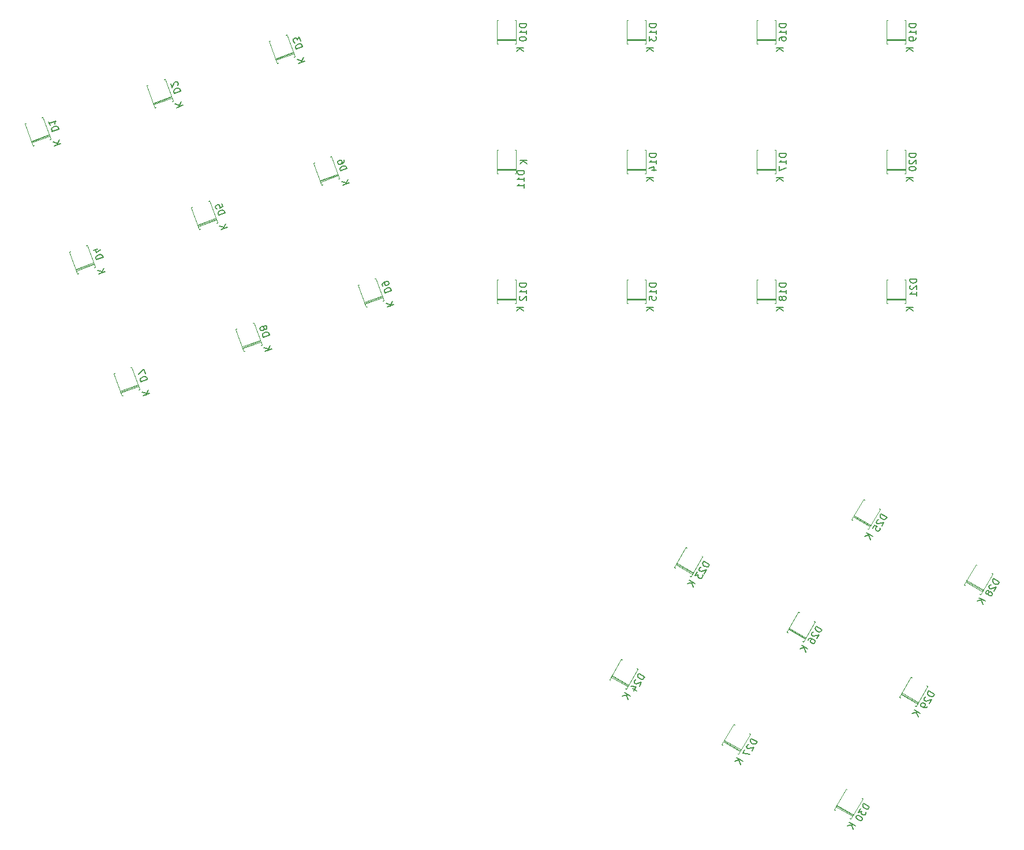
<source format=gbr>
%TF.GenerationSoftware,KiCad,Pcbnew,9.0.2*%
%TF.CreationDate,2025-06-09T23:02:59-05:00*%
%TF.ProjectId,keyboard,6b657962-6f61-4726-942e-6b696361645f,rev?*%
%TF.SameCoordinates,Original*%
%TF.FileFunction,Legend,Bot*%
%TF.FilePolarity,Positive*%
%FSLAX46Y46*%
G04 Gerber Fmt 4.6, Leading zero omitted, Abs format (unit mm)*
G04 Created by KiCad (PCBNEW 9.0.2) date 2025-06-09 23:02:59*
%MOMM*%
%LPD*%
G01*
G04 APERTURE LIST*
%ADD10C,0.150000*%
%ADD11C,0.120000*%
G04 APERTURE END LIST*
D10*
X145114819Y-35615714D02*
X144114819Y-35615714D01*
X144114819Y-35615714D02*
X144114819Y-35853809D01*
X144114819Y-35853809D02*
X144162438Y-35996666D01*
X144162438Y-35996666D02*
X144257676Y-36091904D01*
X144257676Y-36091904D02*
X144352914Y-36139523D01*
X144352914Y-36139523D02*
X144543390Y-36187142D01*
X144543390Y-36187142D02*
X144686247Y-36187142D01*
X144686247Y-36187142D02*
X144876723Y-36139523D01*
X144876723Y-36139523D02*
X144971961Y-36091904D01*
X144971961Y-36091904D02*
X145067200Y-35996666D01*
X145067200Y-35996666D02*
X145114819Y-35853809D01*
X145114819Y-35853809D02*
X145114819Y-35615714D01*
X145114819Y-37139523D02*
X145114819Y-36568095D01*
X145114819Y-36853809D02*
X144114819Y-36853809D01*
X144114819Y-36853809D02*
X144257676Y-36758571D01*
X144257676Y-36758571D02*
X144352914Y-36663333D01*
X144352914Y-36663333D02*
X144400533Y-36568095D01*
X144114819Y-37472857D02*
X144114819Y-38091904D01*
X144114819Y-38091904D02*
X144495771Y-37758571D01*
X144495771Y-37758571D02*
X144495771Y-37901428D01*
X144495771Y-37901428D02*
X144543390Y-37996666D01*
X144543390Y-37996666D02*
X144591009Y-38044285D01*
X144591009Y-38044285D02*
X144686247Y-38091904D01*
X144686247Y-38091904D02*
X144924342Y-38091904D01*
X144924342Y-38091904D02*
X145019580Y-38044285D01*
X145019580Y-38044285D02*
X145067200Y-37996666D01*
X145067200Y-37996666D02*
X145114819Y-37901428D01*
X145114819Y-37901428D02*
X145114819Y-37615714D01*
X145114819Y-37615714D02*
X145067200Y-37520476D01*
X145067200Y-37520476D02*
X145019580Y-37472857D01*
X144694819Y-39108095D02*
X143694819Y-39108095D01*
X144694819Y-39679523D02*
X144123390Y-39250952D01*
X143694819Y-39679523D02*
X144266247Y-39108095D01*
X183214819Y-35615714D02*
X182214819Y-35615714D01*
X182214819Y-35615714D02*
X182214819Y-35853809D01*
X182214819Y-35853809D02*
X182262438Y-35996666D01*
X182262438Y-35996666D02*
X182357676Y-36091904D01*
X182357676Y-36091904D02*
X182452914Y-36139523D01*
X182452914Y-36139523D02*
X182643390Y-36187142D01*
X182643390Y-36187142D02*
X182786247Y-36187142D01*
X182786247Y-36187142D02*
X182976723Y-36139523D01*
X182976723Y-36139523D02*
X183071961Y-36091904D01*
X183071961Y-36091904D02*
X183167200Y-35996666D01*
X183167200Y-35996666D02*
X183214819Y-35853809D01*
X183214819Y-35853809D02*
X183214819Y-35615714D01*
X183214819Y-37139523D02*
X183214819Y-36568095D01*
X183214819Y-36853809D02*
X182214819Y-36853809D01*
X182214819Y-36853809D02*
X182357676Y-36758571D01*
X182357676Y-36758571D02*
X182452914Y-36663333D01*
X182452914Y-36663333D02*
X182500533Y-36568095D01*
X183214819Y-37615714D02*
X183214819Y-37806190D01*
X183214819Y-37806190D02*
X183167200Y-37901428D01*
X183167200Y-37901428D02*
X183119580Y-37949047D01*
X183119580Y-37949047D02*
X182976723Y-38044285D01*
X182976723Y-38044285D02*
X182786247Y-38091904D01*
X182786247Y-38091904D02*
X182405295Y-38091904D01*
X182405295Y-38091904D02*
X182310057Y-38044285D01*
X182310057Y-38044285D02*
X182262438Y-37996666D01*
X182262438Y-37996666D02*
X182214819Y-37901428D01*
X182214819Y-37901428D02*
X182214819Y-37710952D01*
X182214819Y-37710952D02*
X182262438Y-37615714D01*
X182262438Y-37615714D02*
X182310057Y-37568095D01*
X182310057Y-37568095D02*
X182405295Y-37520476D01*
X182405295Y-37520476D02*
X182643390Y-37520476D01*
X182643390Y-37520476D02*
X182738628Y-37568095D01*
X182738628Y-37568095D02*
X182786247Y-37615714D01*
X182786247Y-37615714D02*
X182833866Y-37710952D01*
X182833866Y-37710952D02*
X182833866Y-37901428D01*
X182833866Y-37901428D02*
X182786247Y-37996666D01*
X182786247Y-37996666D02*
X182738628Y-38044285D01*
X182738628Y-38044285D02*
X182643390Y-38091904D01*
X182794819Y-39108095D02*
X181794819Y-39108095D01*
X182794819Y-39679523D02*
X182223390Y-39250952D01*
X181794819Y-39679523D02*
X182366247Y-39108095D01*
X152956820Y-115001682D02*
X152090795Y-114501682D01*
X152090795Y-114501682D02*
X151971747Y-114707878D01*
X151971747Y-114707878D02*
X151941558Y-114855406D01*
X151941558Y-114855406D02*
X151976418Y-114985503D01*
X151976418Y-114985503D02*
X152035087Y-115074362D01*
X152035087Y-115074362D02*
X152176234Y-115210839D01*
X152176234Y-115210839D02*
X152299952Y-115282268D01*
X152299952Y-115282268D02*
X152488719Y-115336266D01*
X152488719Y-115336266D02*
X152595007Y-115342646D01*
X152595007Y-115342646D02*
X152725105Y-115307787D01*
X152725105Y-115307787D02*
X152837773Y-115207878D01*
X152837773Y-115207878D02*
X152956820Y-115001682D01*
X151697083Y-115374087D02*
X151632034Y-115391517D01*
X151632034Y-115391517D02*
X151543176Y-115450186D01*
X151543176Y-115450186D02*
X151424128Y-115656382D01*
X151424128Y-115656382D02*
X151417748Y-115762670D01*
X151417748Y-115762670D02*
X151435178Y-115827719D01*
X151435178Y-115827719D02*
X151493847Y-115916578D01*
X151493847Y-115916578D02*
X151576326Y-115964197D01*
X151576326Y-115964197D02*
X151723853Y-115994386D01*
X151723853Y-115994386D02*
X152504439Y-115785229D01*
X152504439Y-115785229D02*
X152194915Y-116321339D01*
X151162223Y-116110015D02*
X150852700Y-116646126D01*
X150852700Y-116646126D02*
X151349281Y-116547927D01*
X151349281Y-116547927D02*
X151277852Y-116671645D01*
X151277852Y-116671645D02*
X151271472Y-116777933D01*
X151271472Y-116777933D02*
X151288902Y-116842982D01*
X151288902Y-116842982D02*
X151347571Y-116931840D01*
X151347571Y-116931840D02*
X151553768Y-117050888D01*
X151553768Y-117050888D02*
X151660056Y-117057267D01*
X151660056Y-117057267D02*
X151725105Y-117039837D01*
X151725105Y-117039837D02*
X151813963Y-116981168D01*
X151813963Y-116981168D02*
X151956820Y-116733733D01*
X151956820Y-116733733D02*
X151963200Y-116627444D01*
X151963200Y-116627444D02*
X151945770Y-116562396D01*
X150846900Y-117816173D02*
X149980874Y-117316173D01*
X150561185Y-118311045D02*
X150280599Y-117654176D01*
X149695160Y-117811045D02*
X150475746Y-117601887D01*
X105370390Y-75104629D02*
X106310082Y-74762609D01*
X106310082Y-74762609D02*
X106228649Y-74538872D01*
X106228649Y-74538872D02*
X106135042Y-74420917D01*
X106135042Y-74420917D02*
X106012974Y-74363996D01*
X106012974Y-74363996D02*
X105907193Y-74351822D01*
X105907193Y-74351822D02*
X105711917Y-74372222D01*
X105711917Y-74372222D02*
X105577675Y-74421082D01*
X105577675Y-74421082D02*
X105414973Y-74530976D01*
X105414973Y-74530976D02*
X105341765Y-74608296D01*
X105341765Y-74608296D02*
X105284844Y-74730364D01*
X105284844Y-74730364D02*
X105288956Y-74880893D01*
X105288956Y-74880893D02*
X105370390Y-75104629D01*
X105012083Y-74120189D02*
X104946936Y-73941200D01*
X104946936Y-73941200D02*
X104959110Y-73835419D01*
X104959110Y-73835419D02*
X104987571Y-73774385D01*
X104987571Y-73774385D02*
X105089239Y-73636030D01*
X105089239Y-73636030D02*
X105251942Y-73526136D01*
X105251942Y-73526136D02*
X105609920Y-73395843D01*
X105609920Y-73395843D02*
X105715701Y-73408017D01*
X105715701Y-73408017D02*
X105776735Y-73436477D01*
X105776735Y-73436477D02*
X105854055Y-73509685D01*
X105854055Y-73509685D02*
X105919202Y-73688674D01*
X105919202Y-73688674D02*
X105907028Y-73794456D01*
X105907028Y-73794456D02*
X105878568Y-73855490D01*
X105878568Y-73855490D02*
X105805360Y-73932810D01*
X105805360Y-73932810D02*
X105581623Y-74014244D01*
X105581623Y-74014244D02*
X105475842Y-74002070D01*
X105475842Y-74002070D02*
X105414808Y-73973609D01*
X105414808Y-73973609D02*
X105337488Y-73900401D01*
X105337488Y-73900401D02*
X105272341Y-73721412D01*
X105272341Y-73721412D02*
X105284515Y-73615631D01*
X105284515Y-73615631D02*
X105312975Y-73554597D01*
X105312975Y-73554597D02*
X105386183Y-73477276D01*
X105681583Y-77187625D02*
X106621276Y-76845605D01*
X105486143Y-76650658D02*
X106169690Y-76857943D01*
X106425836Y-76308637D02*
X106084309Y-77041045D01*
X98854906Y-57203484D02*
X99794598Y-56861464D01*
X99794598Y-56861464D02*
X99713165Y-56637727D01*
X99713165Y-56637727D02*
X99619558Y-56519772D01*
X99619558Y-56519772D02*
X99497490Y-56462851D01*
X99497490Y-56462851D02*
X99391709Y-56450677D01*
X99391709Y-56450677D02*
X99196433Y-56471077D01*
X99196433Y-56471077D02*
X99062191Y-56519937D01*
X99062191Y-56519937D02*
X98899489Y-56629831D01*
X98899489Y-56629831D02*
X98826281Y-56707151D01*
X98826281Y-56707151D02*
X98769360Y-56829219D01*
X98769360Y-56829219D02*
X98773472Y-56979748D01*
X98773472Y-56979748D02*
X98854906Y-57203484D01*
X99305998Y-55519046D02*
X99371145Y-55698035D01*
X99371145Y-55698035D02*
X99358971Y-55803816D01*
X99358971Y-55803816D02*
X99330510Y-55864850D01*
X99330510Y-55864850D02*
X99228842Y-56003205D01*
X99228842Y-56003205D02*
X99066139Y-56113099D01*
X99066139Y-56113099D02*
X98708161Y-56243392D01*
X98708161Y-56243392D02*
X98602380Y-56231218D01*
X98602380Y-56231218D02*
X98541346Y-56202757D01*
X98541346Y-56202757D02*
X98464026Y-56129550D01*
X98464026Y-56129550D02*
X98398879Y-55950560D01*
X98398879Y-55950560D02*
X98411053Y-55844779D01*
X98411053Y-55844779D02*
X98439513Y-55783745D01*
X98439513Y-55783745D02*
X98512721Y-55706425D01*
X98512721Y-55706425D02*
X98736458Y-55624991D01*
X98736458Y-55624991D02*
X98842239Y-55637165D01*
X98842239Y-55637165D02*
X98903273Y-55665626D01*
X98903273Y-55665626D02*
X98980593Y-55738834D01*
X98980593Y-55738834D02*
X99045740Y-55917823D01*
X99045740Y-55917823D02*
X99033566Y-56023604D01*
X99033566Y-56023604D02*
X99005105Y-56084638D01*
X99005105Y-56084638D02*
X98931898Y-56161959D01*
X99166099Y-59286480D02*
X100105792Y-58944460D01*
X98970659Y-58749513D02*
X99654206Y-58956798D01*
X99910352Y-58407492D02*
X99568825Y-59139900D01*
X143431820Y-131499466D02*
X142565795Y-130999466D01*
X142565795Y-130999466D02*
X142446747Y-131205662D01*
X142446747Y-131205662D02*
X142416558Y-131353190D01*
X142416558Y-131353190D02*
X142451418Y-131483287D01*
X142451418Y-131483287D02*
X142510087Y-131572146D01*
X142510087Y-131572146D02*
X142651234Y-131708623D01*
X142651234Y-131708623D02*
X142774952Y-131780052D01*
X142774952Y-131780052D02*
X142963719Y-131834050D01*
X142963719Y-131834050D02*
X143070007Y-131840430D01*
X143070007Y-131840430D02*
X143200105Y-131805571D01*
X143200105Y-131805571D02*
X143312773Y-131705662D01*
X143312773Y-131705662D02*
X143431820Y-131499466D01*
X142172083Y-131871871D02*
X142107034Y-131889301D01*
X142107034Y-131889301D02*
X142018176Y-131947970D01*
X142018176Y-131947970D02*
X141899128Y-132154166D01*
X141899128Y-132154166D02*
X141892748Y-132260454D01*
X141892748Y-132260454D02*
X141910178Y-132325503D01*
X141910178Y-132325503D02*
X141968847Y-132414362D01*
X141968847Y-132414362D02*
X142051326Y-132461981D01*
X142051326Y-132461981D02*
X142198853Y-132492170D01*
X142198853Y-132492170D02*
X142979439Y-132283013D01*
X142979439Y-132283013D02*
X142669915Y-132819123D01*
X141663994Y-133228098D02*
X142241344Y-133561431D01*
X141453127Y-132831425D02*
X142190764Y-132982371D01*
X142190764Y-132982371D02*
X141881240Y-133518482D01*
X141321900Y-134313957D02*
X140455874Y-133813957D01*
X141036185Y-134808829D02*
X140755599Y-134151960D01*
X140170160Y-134308829D02*
X140950746Y-134099671D01*
X145114819Y-54665714D02*
X144114819Y-54665714D01*
X144114819Y-54665714D02*
X144114819Y-54903809D01*
X144114819Y-54903809D02*
X144162438Y-55046666D01*
X144162438Y-55046666D02*
X144257676Y-55141904D01*
X144257676Y-55141904D02*
X144352914Y-55189523D01*
X144352914Y-55189523D02*
X144543390Y-55237142D01*
X144543390Y-55237142D02*
X144686247Y-55237142D01*
X144686247Y-55237142D02*
X144876723Y-55189523D01*
X144876723Y-55189523D02*
X144971961Y-55141904D01*
X144971961Y-55141904D02*
X145067200Y-55046666D01*
X145067200Y-55046666D02*
X145114819Y-54903809D01*
X145114819Y-54903809D02*
X145114819Y-54665714D01*
X145114819Y-56189523D02*
X145114819Y-55618095D01*
X145114819Y-55903809D02*
X144114819Y-55903809D01*
X144114819Y-55903809D02*
X144257676Y-55808571D01*
X144257676Y-55808571D02*
X144352914Y-55713333D01*
X144352914Y-55713333D02*
X144400533Y-55618095D01*
X144448152Y-57046666D02*
X145114819Y-57046666D01*
X144067200Y-56808571D02*
X144781485Y-56570476D01*
X144781485Y-56570476D02*
X144781485Y-57189523D01*
X144694819Y-58158095D02*
X143694819Y-58158095D01*
X144694819Y-58729523D02*
X144123390Y-58300952D01*
X143694819Y-58729523D02*
X144266247Y-58158095D01*
X87469245Y-81620113D02*
X88408937Y-81278093D01*
X88408937Y-81278093D02*
X88327504Y-81054356D01*
X88327504Y-81054356D02*
X88233897Y-80936401D01*
X88233897Y-80936401D02*
X88111829Y-80879480D01*
X88111829Y-80879480D02*
X88006048Y-80867306D01*
X88006048Y-80867306D02*
X87810772Y-80887706D01*
X87810772Y-80887706D02*
X87676530Y-80936566D01*
X87676530Y-80936566D02*
X87513828Y-81046460D01*
X87513828Y-81046460D02*
X87440620Y-81123780D01*
X87440620Y-81123780D02*
X87383699Y-81245848D01*
X87383699Y-81245848D02*
X87387811Y-81396377D01*
X87387811Y-81396377D02*
X87469245Y-81620113D01*
X87615332Y-80350738D02*
X87692652Y-80423946D01*
X87692652Y-80423946D02*
X87753686Y-80452407D01*
X87753686Y-80452407D02*
X87859467Y-80464581D01*
X87859467Y-80464581D02*
X87904215Y-80448294D01*
X87904215Y-80448294D02*
X87977423Y-80370974D01*
X87977423Y-80370974D02*
X88005883Y-80309940D01*
X88005883Y-80309940D02*
X88018057Y-80204158D01*
X88018057Y-80204158D02*
X87952910Y-80025169D01*
X87952910Y-80025169D02*
X87875590Y-79951961D01*
X87875590Y-79951961D02*
X87814556Y-79923501D01*
X87814556Y-79923501D02*
X87708775Y-79911327D01*
X87708775Y-79911327D02*
X87664027Y-79927614D01*
X87664027Y-79927614D02*
X87590820Y-80004934D01*
X87590820Y-80004934D02*
X87562359Y-80065968D01*
X87562359Y-80065968D02*
X87550185Y-80171749D01*
X87550185Y-80171749D02*
X87615332Y-80350738D01*
X87615332Y-80350738D02*
X87603158Y-80456520D01*
X87603158Y-80456520D02*
X87574697Y-80517554D01*
X87574697Y-80517554D02*
X87501489Y-80594874D01*
X87501489Y-80594874D02*
X87322500Y-80660021D01*
X87322500Y-80660021D02*
X87216719Y-80647847D01*
X87216719Y-80647847D02*
X87155685Y-80619386D01*
X87155685Y-80619386D02*
X87078365Y-80546179D01*
X87078365Y-80546179D02*
X87013218Y-80367189D01*
X87013218Y-80367189D02*
X87025392Y-80261408D01*
X87025392Y-80261408D02*
X87053852Y-80200374D01*
X87053852Y-80200374D02*
X87127060Y-80123054D01*
X87127060Y-80123054D02*
X87306049Y-80057907D01*
X87306049Y-80057907D02*
X87411830Y-80070081D01*
X87411830Y-80070081D02*
X87472864Y-80098542D01*
X87472864Y-80098542D02*
X87550185Y-80171749D01*
X87780438Y-83703109D02*
X88720131Y-83361089D01*
X87584998Y-83166142D02*
X88268545Y-83373427D01*
X88524691Y-82824121D02*
X88183164Y-83556529D01*
X178979604Y-108028898D02*
X178113579Y-107528898D01*
X178113579Y-107528898D02*
X177994531Y-107735094D01*
X177994531Y-107735094D02*
X177964342Y-107882622D01*
X177964342Y-107882622D02*
X177999202Y-108012719D01*
X177999202Y-108012719D02*
X178057871Y-108101578D01*
X178057871Y-108101578D02*
X178199018Y-108238055D01*
X178199018Y-108238055D02*
X178322736Y-108309484D01*
X178322736Y-108309484D02*
X178511503Y-108363482D01*
X178511503Y-108363482D02*
X178617791Y-108369862D01*
X178617791Y-108369862D02*
X178747889Y-108335003D01*
X178747889Y-108335003D02*
X178860557Y-108235094D01*
X178860557Y-108235094D02*
X178979604Y-108028898D01*
X177719867Y-108401303D02*
X177654818Y-108418733D01*
X177654818Y-108418733D02*
X177565960Y-108477402D01*
X177565960Y-108477402D02*
X177446912Y-108683598D01*
X177446912Y-108683598D02*
X177440532Y-108789886D01*
X177440532Y-108789886D02*
X177457962Y-108854935D01*
X177457962Y-108854935D02*
X177516631Y-108943794D01*
X177516631Y-108943794D02*
X177599110Y-108991413D01*
X177599110Y-108991413D02*
X177746637Y-109021602D01*
X177746637Y-109021602D02*
X178527223Y-108812445D01*
X178527223Y-108812445D02*
X178217699Y-109348555D01*
X176899293Y-109632102D02*
X177137388Y-109219709D01*
X177137388Y-109219709D02*
X177573591Y-109416565D01*
X177573591Y-109416565D02*
X177508542Y-109433995D01*
X177508542Y-109433995D02*
X177419684Y-109492664D01*
X177419684Y-109492664D02*
X177300636Y-109698861D01*
X177300636Y-109698861D02*
X177294256Y-109805149D01*
X177294256Y-109805149D02*
X177311686Y-109870198D01*
X177311686Y-109870198D02*
X177370355Y-109959056D01*
X177370355Y-109959056D02*
X177576552Y-110078104D01*
X177576552Y-110078104D02*
X177682840Y-110084483D01*
X177682840Y-110084483D02*
X177747889Y-110067053D01*
X177747889Y-110067053D02*
X177836747Y-110008384D01*
X177836747Y-110008384D02*
X177955795Y-109802188D01*
X177955795Y-109802188D02*
X177962174Y-109695900D01*
X177962174Y-109695900D02*
X177944745Y-109630851D01*
X176869684Y-110843389D02*
X176003658Y-110343389D01*
X176583969Y-111338261D02*
X176303383Y-110681392D01*
X175717944Y-110838261D02*
X176498530Y-110629103D01*
X195477388Y-117553898D02*
X194611363Y-117053898D01*
X194611363Y-117053898D02*
X194492315Y-117260094D01*
X194492315Y-117260094D02*
X194462126Y-117407622D01*
X194462126Y-117407622D02*
X194496986Y-117537719D01*
X194496986Y-117537719D02*
X194555655Y-117626578D01*
X194555655Y-117626578D02*
X194696802Y-117763055D01*
X194696802Y-117763055D02*
X194820520Y-117834484D01*
X194820520Y-117834484D02*
X195009287Y-117888482D01*
X195009287Y-117888482D02*
X195115575Y-117894862D01*
X195115575Y-117894862D02*
X195245673Y-117860003D01*
X195245673Y-117860003D02*
X195358341Y-117760094D01*
X195358341Y-117760094D02*
X195477388Y-117553898D01*
X194217651Y-117926303D02*
X194152602Y-117943733D01*
X194152602Y-117943733D02*
X194063744Y-118002402D01*
X194063744Y-118002402D02*
X193944696Y-118208598D01*
X193944696Y-118208598D02*
X193938316Y-118314886D01*
X193938316Y-118314886D02*
X193955746Y-118379935D01*
X193955746Y-118379935D02*
X194014415Y-118468794D01*
X194014415Y-118468794D02*
X194096894Y-118516413D01*
X194096894Y-118516413D02*
X194244421Y-118546602D01*
X194244421Y-118546602D02*
X195025007Y-118337445D01*
X195025007Y-118337445D02*
X194715483Y-118873555D01*
X193934897Y-119082713D02*
X193941277Y-118976425D01*
X193941277Y-118976425D02*
X193923847Y-118911376D01*
X193923847Y-118911376D02*
X193865178Y-118822518D01*
X193865178Y-118822518D02*
X193823939Y-118798708D01*
X193823939Y-118798708D02*
X193717651Y-118792328D01*
X193717651Y-118792328D02*
X193652602Y-118809758D01*
X193652602Y-118809758D02*
X193563744Y-118868427D01*
X193563744Y-118868427D02*
X193468506Y-119033384D01*
X193468506Y-119033384D02*
X193462126Y-119139673D01*
X193462126Y-119139673D02*
X193479556Y-119204721D01*
X193479556Y-119204721D02*
X193538225Y-119293580D01*
X193538225Y-119293580D02*
X193579464Y-119317389D01*
X193579464Y-119317389D02*
X193685752Y-119323769D01*
X193685752Y-119323769D02*
X193750801Y-119306339D01*
X193750801Y-119306339D02*
X193839659Y-119247670D01*
X193839659Y-119247670D02*
X193934897Y-119082713D01*
X193934897Y-119082713D02*
X194023756Y-119024044D01*
X194023756Y-119024044D02*
X194088805Y-119006614D01*
X194088805Y-119006614D02*
X194195093Y-119012994D01*
X194195093Y-119012994D02*
X194360050Y-119108232D01*
X194360050Y-119108232D02*
X194418719Y-119197090D01*
X194418719Y-119197090D02*
X194436149Y-119262139D01*
X194436149Y-119262139D02*
X194429769Y-119368427D01*
X194429769Y-119368427D02*
X194334531Y-119533384D01*
X194334531Y-119533384D02*
X194245673Y-119592053D01*
X194245673Y-119592053D02*
X194180624Y-119609483D01*
X194180624Y-119609483D02*
X194074336Y-119603104D01*
X194074336Y-119603104D02*
X193909379Y-119507865D01*
X193909379Y-119507865D02*
X193850709Y-119419007D01*
X193850709Y-119419007D02*
X193833280Y-119353958D01*
X193833280Y-119353958D02*
X193839659Y-119247670D01*
X193367468Y-120368389D02*
X192501442Y-119868389D01*
X193081753Y-120863261D02*
X192801167Y-120206392D01*
X192215728Y-120363261D02*
X192996314Y-120154103D01*
X164164819Y-54665714D02*
X163164819Y-54665714D01*
X163164819Y-54665714D02*
X163164819Y-54903809D01*
X163164819Y-54903809D02*
X163212438Y-55046666D01*
X163212438Y-55046666D02*
X163307676Y-55141904D01*
X163307676Y-55141904D02*
X163402914Y-55189523D01*
X163402914Y-55189523D02*
X163593390Y-55237142D01*
X163593390Y-55237142D02*
X163736247Y-55237142D01*
X163736247Y-55237142D02*
X163926723Y-55189523D01*
X163926723Y-55189523D02*
X164021961Y-55141904D01*
X164021961Y-55141904D02*
X164117200Y-55046666D01*
X164117200Y-55046666D02*
X164164819Y-54903809D01*
X164164819Y-54903809D02*
X164164819Y-54665714D01*
X164164819Y-56189523D02*
X164164819Y-55618095D01*
X164164819Y-55903809D02*
X163164819Y-55903809D01*
X163164819Y-55903809D02*
X163307676Y-55808571D01*
X163307676Y-55808571D02*
X163402914Y-55713333D01*
X163402914Y-55713333D02*
X163450533Y-55618095D01*
X163164819Y-56522857D02*
X163164819Y-57189523D01*
X163164819Y-57189523D02*
X164164819Y-56760952D01*
X163744819Y-58158095D02*
X162744819Y-58158095D01*
X163744819Y-58729523D02*
X163173390Y-58300952D01*
X162744819Y-58729523D02*
X163316247Y-58158095D01*
X92339422Y-39302340D02*
X93279114Y-38960320D01*
X93279114Y-38960320D02*
X93197681Y-38736583D01*
X93197681Y-38736583D02*
X93104074Y-38618628D01*
X93104074Y-38618628D02*
X92982006Y-38561707D01*
X92982006Y-38561707D02*
X92876225Y-38549533D01*
X92876225Y-38549533D02*
X92680949Y-38569933D01*
X92680949Y-38569933D02*
X92546707Y-38618793D01*
X92546707Y-38618793D02*
X92384005Y-38728687D01*
X92384005Y-38728687D02*
X92310797Y-38806007D01*
X92310797Y-38806007D02*
X92253876Y-38928075D01*
X92253876Y-38928075D02*
X92257988Y-39078604D01*
X92257988Y-39078604D02*
X92339422Y-39302340D01*
X92969667Y-38110122D02*
X92757941Y-37528407D01*
X92757941Y-37528407D02*
X92513969Y-37971932D01*
X92513969Y-37971932D02*
X92465109Y-37837690D01*
X92465109Y-37837690D02*
X92387789Y-37764482D01*
X92387789Y-37764482D02*
X92326755Y-37736021D01*
X92326755Y-37736021D02*
X92220974Y-37723847D01*
X92220974Y-37723847D02*
X91997237Y-37805281D01*
X91997237Y-37805281D02*
X91924029Y-37882601D01*
X91924029Y-37882601D02*
X91895569Y-37943635D01*
X91895569Y-37943635D02*
X91883395Y-38049416D01*
X91883395Y-38049416D02*
X91981115Y-38317900D01*
X91981115Y-38317900D02*
X92058435Y-38391108D01*
X92058435Y-38391108D02*
X92119469Y-38419569D01*
X92650615Y-41385336D02*
X93590308Y-41043316D01*
X92455175Y-40848369D02*
X93138722Y-41055654D01*
X93394868Y-40506348D02*
X93053341Y-41238756D01*
X183334819Y-73080714D02*
X182334819Y-73080714D01*
X182334819Y-73080714D02*
X182334819Y-73318809D01*
X182334819Y-73318809D02*
X182382438Y-73461666D01*
X182382438Y-73461666D02*
X182477676Y-73556904D01*
X182477676Y-73556904D02*
X182572914Y-73604523D01*
X182572914Y-73604523D02*
X182763390Y-73652142D01*
X182763390Y-73652142D02*
X182906247Y-73652142D01*
X182906247Y-73652142D02*
X183096723Y-73604523D01*
X183096723Y-73604523D02*
X183191961Y-73556904D01*
X183191961Y-73556904D02*
X183287200Y-73461666D01*
X183287200Y-73461666D02*
X183334819Y-73318809D01*
X183334819Y-73318809D02*
X183334819Y-73080714D01*
X182430057Y-74033095D02*
X182382438Y-74080714D01*
X182382438Y-74080714D02*
X182334819Y-74175952D01*
X182334819Y-74175952D02*
X182334819Y-74414047D01*
X182334819Y-74414047D02*
X182382438Y-74509285D01*
X182382438Y-74509285D02*
X182430057Y-74556904D01*
X182430057Y-74556904D02*
X182525295Y-74604523D01*
X182525295Y-74604523D02*
X182620533Y-74604523D01*
X182620533Y-74604523D02*
X182763390Y-74556904D01*
X182763390Y-74556904D02*
X183334819Y-73985476D01*
X183334819Y-73985476D02*
X183334819Y-74604523D01*
X183334819Y-75556904D02*
X183334819Y-74985476D01*
X183334819Y-75271190D02*
X182334819Y-75271190D01*
X182334819Y-75271190D02*
X182477676Y-75175952D01*
X182477676Y-75175952D02*
X182572914Y-75080714D01*
X182572914Y-75080714D02*
X182620533Y-74985476D01*
X182794819Y-77208095D02*
X181794819Y-77208095D01*
X182794819Y-77779523D02*
X182223390Y-77350952D01*
X181794819Y-77779523D02*
X182366247Y-77208095D01*
X176427388Y-150549466D02*
X175561363Y-150049466D01*
X175561363Y-150049466D02*
X175442315Y-150255662D01*
X175442315Y-150255662D02*
X175412126Y-150403190D01*
X175412126Y-150403190D02*
X175446986Y-150533287D01*
X175446986Y-150533287D02*
X175505655Y-150622146D01*
X175505655Y-150622146D02*
X175646802Y-150758623D01*
X175646802Y-150758623D02*
X175770520Y-150830052D01*
X175770520Y-150830052D02*
X175959287Y-150884050D01*
X175959287Y-150884050D02*
X176065575Y-150890430D01*
X176065575Y-150890430D02*
X176195673Y-150855571D01*
X176195673Y-150855571D02*
X176308341Y-150755662D01*
X176308341Y-150755662D02*
X176427388Y-150549466D01*
X175108982Y-150833013D02*
X174799458Y-151369123D01*
X174799458Y-151369123D02*
X175296039Y-151270925D01*
X175296039Y-151270925D02*
X175224611Y-151394642D01*
X175224611Y-151394642D02*
X175218231Y-151500931D01*
X175218231Y-151500931D02*
X175235661Y-151565979D01*
X175235661Y-151565979D02*
X175294330Y-151654838D01*
X175294330Y-151654838D02*
X175500526Y-151773885D01*
X175500526Y-151773885D02*
X175606814Y-151780265D01*
X175606814Y-151780265D02*
X175671863Y-151762835D01*
X175671863Y-151762835D02*
X175760722Y-151704166D01*
X175760722Y-151704166D02*
X175903579Y-151456730D01*
X175903579Y-151456730D02*
X175909958Y-151350442D01*
X175909958Y-151350442D02*
X175892529Y-151285393D01*
X174489934Y-151905234D02*
X174442315Y-151987713D01*
X174442315Y-151987713D02*
X174435935Y-152094001D01*
X174435935Y-152094001D02*
X174453365Y-152159050D01*
X174453365Y-152159050D02*
X174512034Y-152247908D01*
X174512034Y-152247908D02*
X174653182Y-152384386D01*
X174653182Y-152384386D02*
X174859379Y-152503433D01*
X174859379Y-152503433D02*
X175048145Y-152557432D01*
X175048145Y-152557432D02*
X175154433Y-152563812D01*
X175154433Y-152563812D02*
X175219482Y-152546382D01*
X175219482Y-152546382D02*
X175308341Y-152487713D01*
X175308341Y-152487713D02*
X175355960Y-152405234D01*
X175355960Y-152405234D02*
X175362339Y-152298946D01*
X175362339Y-152298946D02*
X175344910Y-152233898D01*
X175344910Y-152233898D02*
X175286241Y-152145039D01*
X175286241Y-152145039D02*
X175145093Y-152008562D01*
X175145093Y-152008562D02*
X174938896Y-151889514D01*
X174938896Y-151889514D02*
X174750130Y-151835515D01*
X174750130Y-151835515D02*
X174643841Y-151829136D01*
X174643841Y-151829136D02*
X174578793Y-151846565D01*
X174578793Y-151846565D02*
X174489934Y-151905234D01*
X174317468Y-153363957D02*
X173451442Y-152863957D01*
X174031753Y-153858829D02*
X173751167Y-153201960D01*
X173165728Y-153358829D02*
X173946314Y-153149671D01*
X169454604Y-124526682D02*
X168588579Y-124026682D01*
X168588579Y-124026682D02*
X168469531Y-124232878D01*
X168469531Y-124232878D02*
X168439342Y-124380406D01*
X168439342Y-124380406D02*
X168474202Y-124510503D01*
X168474202Y-124510503D02*
X168532871Y-124599362D01*
X168532871Y-124599362D02*
X168674018Y-124735839D01*
X168674018Y-124735839D02*
X168797736Y-124807268D01*
X168797736Y-124807268D02*
X168986503Y-124861266D01*
X168986503Y-124861266D02*
X169092791Y-124867646D01*
X169092791Y-124867646D02*
X169222889Y-124832787D01*
X169222889Y-124832787D02*
X169335557Y-124732878D01*
X169335557Y-124732878D02*
X169454604Y-124526682D01*
X168194867Y-124899087D02*
X168129818Y-124916517D01*
X168129818Y-124916517D02*
X168040960Y-124975186D01*
X168040960Y-124975186D02*
X167921912Y-125181382D01*
X167921912Y-125181382D02*
X167915532Y-125287670D01*
X167915532Y-125287670D02*
X167932962Y-125352719D01*
X167932962Y-125352719D02*
X167991631Y-125441578D01*
X167991631Y-125441578D02*
X168074110Y-125489197D01*
X168074110Y-125489197D02*
X168221637Y-125519386D01*
X168221637Y-125519386D02*
X169002223Y-125310229D01*
X169002223Y-125310229D02*
X168692699Y-125846339D01*
X167398103Y-126088647D02*
X167493341Y-125923690D01*
X167493341Y-125923690D02*
X167582199Y-125865021D01*
X167582199Y-125865021D02*
X167647248Y-125847591D01*
X167647248Y-125847591D02*
X167818585Y-125836541D01*
X167818585Y-125836541D02*
X168007352Y-125890540D01*
X168007352Y-125890540D02*
X168337266Y-126081016D01*
X168337266Y-126081016D02*
X168395935Y-126169874D01*
X168395935Y-126169874D02*
X168413365Y-126234923D01*
X168413365Y-126234923D02*
X168406985Y-126341211D01*
X168406985Y-126341211D02*
X168311747Y-126506168D01*
X168311747Y-126506168D02*
X168222889Y-126564837D01*
X168222889Y-126564837D02*
X168157840Y-126582267D01*
X168157840Y-126582267D02*
X168051552Y-126575888D01*
X168051552Y-126575888D02*
X167845355Y-126456840D01*
X167845355Y-126456840D02*
X167786686Y-126367982D01*
X167786686Y-126367982D02*
X167769256Y-126302933D01*
X167769256Y-126302933D02*
X167775636Y-126196645D01*
X167775636Y-126196645D02*
X167870874Y-126031687D01*
X167870874Y-126031687D02*
X167959733Y-125973018D01*
X167959733Y-125973018D02*
X168024781Y-125955588D01*
X168024781Y-125955588D02*
X168131070Y-125961968D01*
X167344684Y-127341173D02*
X166478658Y-126841173D01*
X167058969Y-127836045D02*
X166778383Y-127179176D01*
X166192944Y-127336045D02*
X166973530Y-127126887D01*
X74438278Y-45817824D02*
X75377970Y-45475804D01*
X75377970Y-45475804D02*
X75296537Y-45252067D01*
X75296537Y-45252067D02*
X75202930Y-45134112D01*
X75202930Y-45134112D02*
X75080862Y-45077191D01*
X75080862Y-45077191D02*
X74975081Y-45065017D01*
X74975081Y-45065017D02*
X74779805Y-45085417D01*
X74779805Y-45085417D02*
X74645563Y-45134277D01*
X74645563Y-45134277D02*
X74482861Y-45244171D01*
X74482861Y-45244171D02*
X74409653Y-45321491D01*
X74409653Y-45321491D02*
X74352732Y-45443559D01*
X74352732Y-45443559D02*
X74356844Y-45594088D01*
X74356844Y-45594088D02*
X74438278Y-45817824D01*
X74962742Y-44613432D02*
X74991203Y-44552398D01*
X74991203Y-44552398D02*
X75003377Y-44446617D01*
X75003377Y-44446617D02*
X74921943Y-44222880D01*
X74921943Y-44222880D02*
X74844623Y-44149672D01*
X74844623Y-44149672D02*
X74783589Y-44121212D01*
X74783589Y-44121212D02*
X74677808Y-44109038D01*
X74677808Y-44109038D02*
X74588313Y-44141611D01*
X74588313Y-44141611D02*
X74470358Y-44235219D01*
X74470358Y-44235219D02*
X74128831Y-44967626D01*
X74128831Y-44967626D02*
X73917104Y-44385911D01*
X74749471Y-47900820D02*
X75689164Y-47558800D01*
X74554031Y-47363853D02*
X75237578Y-47571138D01*
X75493724Y-47021832D02*
X75152197Y-47754240D01*
X126064819Y-73715714D02*
X125064819Y-73715714D01*
X125064819Y-73715714D02*
X125064819Y-73953809D01*
X125064819Y-73953809D02*
X125112438Y-74096666D01*
X125112438Y-74096666D02*
X125207676Y-74191904D01*
X125207676Y-74191904D02*
X125302914Y-74239523D01*
X125302914Y-74239523D02*
X125493390Y-74287142D01*
X125493390Y-74287142D02*
X125636247Y-74287142D01*
X125636247Y-74287142D02*
X125826723Y-74239523D01*
X125826723Y-74239523D02*
X125921961Y-74191904D01*
X125921961Y-74191904D02*
X126017200Y-74096666D01*
X126017200Y-74096666D02*
X126064819Y-73953809D01*
X126064819Y-73953809D02*
X126064819Y-73715714D01*
X126064819Y-75239523D02*
X126064819Y-74668095D01*
X126064819Y-74953809D02*
X125064819Y-74953809D01*
X125064819Y-74953809D02*
X125207676Y-74858571D01*
X125207676Y-74858571D02*
X125302914Y-74763333D01*
X125302914Y-74763333D02*
X125350533Y-74668095D01*
X125160057Y-75620476D02*
X125112438Y-75668095D01*
X125112438Y-75668095D02*
X125064819Y-75763333D01*
X125064819Y-75763333D02*
X125064819Y-76001428D01*
X125064819Y-76001428D02*
X125112438Y-76096666D01*
X125112438Y-76096666D02*
X125160057Y-76144285D01*
X125160057Y-76144285D02*
X125255295Y-76191904D01*
X125255295Y-76191904D02*
X125350533Y-76191904D01*
X125350533Y-76191904D02*
X125493390Y-76144285D01*
X125493390Y-76144285D02*
X126064819Y-75572857D01*
X126064819Y-75572857D02*
X126064819Y-76191904D01*
X125644819Y-77208095D02*
X124644819Y-77208095D01*
X125644819Y-77779523D02*
X125073390Y-77350952D01*
X124644819Y-77779523D02*
X125216247Y-77208095D01*
X63052617Y-70234452D02*
X63992309Y-69892432D01*
X63992309Y-69892432D02*
X63910876Y-69668695D01*
X63910876Y-69668695D02*
X63817269Y-69550740D01*
X63817269Y-69550740D02*
X63695201Y-69493819D01*
X63695201Y-69493819D02*
X63589420Y-69481645D01*
X63589420Y-69481645D02*
X63394144Y-69502045D01*
X63394144Y-69502045D02*
X63259902Y-69550905D01*
X63259902Y-69550905D02*
X63097200Y-69660799D01*
X63097200Y-69660799D02*
X63023992Y-69738119D01*
X63023992Y-69738119D02*
X62967071Y-69860187D01*
X62967071Y-69860187D02*
X62971183Y-70010716D01*
X62971183Y-70010716D02*
X63052617Y-70234452D01*
X63190478Y-68664021D02*
X62564016Y-68892034D01*
X63629890Y-68757463D02*
X63040114Y-69225500D01*
X63040114Y-69225500D02*
X62828387Y-68643785D01*
X63363810Y-72317448D02*
X64303503Y-71975428D01*
X63168370Y-71780481D02*
X63851917Y-71987766D01*
X64108063Y-71438460D02*
X63766536Y-72170868D01*
X164164819Y-73715714D02*
X163164819Y-73715714D01*
X163164819Y-73715714D02*
X163164819Y-73953809D01*
X163164819Y-73953809D02*
X163212438Y-74096666D01*
X163212438Y-74096666D02*
X163307676Y-74191904D01*
X163307676Y-74191904D02*
X163402914Y-74239523D01*
X163402914Y-74239523D02*
X163593390Y-74287142D01*
X163593390Y-74287142D02*
X163736247Y-74287142D01*
X163736247Y-74287142D02*
X163926723Y-74239523D01*
X163926723Y-74239523D02*
X164021961Y-74191904D01*
X164021961Y-74191904D02*
X164117200Y-74096666D01*
X164117200Y-74096666D02*
X164164819Y-73953809D01*
X164164819Y-73953809D02*
X164164819Y-73715714D01*
X164164819Y-75239523D02*
X164164819Y-74668095D01*
X164164819Y-74953809D02*
X163164819Y-74953809D01*
X163164819Y-74953809D02*
X163307676Y-74858571D01*
X163307676Y-74858571D02*
X163402914Y-74763333D01*
X163402914Y-74763333D02*
X163450533Y-74668095D01*
X163593390Y-75810952D02*
X163545771Y-75715714D01*
X163545771Y-75715714D02*
X163498152Y-75668095D01*
X163498152Y-75668095D02*
X163402914Y-75620476D01*
X163402914Y-75620476D02*
X163355295Y-75620476D01*
X163355295Y-75620476D02*
X163260057Y-75668095D01*
X163260057Y-75668095D02*
X163212438Y-75715714D01*
X163212438Y-75715714D02*
X163164819Y-75810952D01*
X163164819Y-75810952D02*
X163164819Y-76001428D01*
X163164819Y-76001428D02*
X163212438Y-76096666D01*
X163212438Y-76096666D02*
X163260057Y-76144285D01*
X163260057Y-76144285D02*
X163355295Y-76191904D01*
X163355295Y-76191904D02*
X163402914Y-76191904D01*
X163402914Y-76191904D02*
X163498152Y-76144285D01*
X163498152Y-76144285D02*
X163545771Y-76096666D01*
X163545771Y-76096666D02*
X163593390Y-76001428D01*
X163593390Y-76001428D02*
X163593390Y-75810952D01*
X163593390Y-75810952D02*
X163641009Y-75715714D01*
X163641009Y-75715714D02*
X163688628Y-75668095D01*
X163688628Y-75668095D02*
X163783866Y-75620476D01*
X163783866Y-75620476D02*
X163974342Y-75620476D01*
X163974342Y-75620476D02*
X164069580Y-75668095D01*
X164069580Y-75668095D02*
X164117200Y-75715714D01*
X164117200Y-75715714D02*
X164164819Y-75810952D01*
X164164819Y-75810952D02*
X164164819Y-76001428D01*
X164164819Y-76001428D02*
X164117200Y-76096666D01*
X164117200Y-76096666D02*
X164069580Y-76144285D01*
X164069580Y-76144285D02*
X163974342Y-76191904D01*
X163974342Y-76191904D02*
X163783866Y-76191904D01*
X163783866Y-76191904D02*
X163688628Y-76144285D01*
X163688628Y-76144285D02*
X163641009Y-76096666D01*
X163641009Y-76096666D02*
X163593390Y-76001428D01*
X163744819Y-77208095D02*
X162744819Y-77208095D01*
X163744819Y-77779523D02*
X163173390Y-77350952D01*
X162744819Y-77779523D02*
X163316247Y-77208095D01*
X183214819Y-54665714D02*
X182214819Y-54665714D01*
X182214819Y-54665714D02*
X182214819Y-54903809D01*
X182214819Y-54903809D02*
X182262438Y-55046666D01*
X182262438Y-55046666D02*
X182357676Y-55141904D01*
X182357676Y-55141904D02*
X182452914Y-55189523D01*
X182452914Y-55189523D02*
X182643390Y-55237142D01*
X182643390Y-55237142D02*
X182786247Y-55237142D01*
X182786247Y-55237142D02*
X182976723Y-55189523D01*
X182976723Y-55189523D02*
X183071961Y-55141904D01*
X183071961Y-55141904D02*
X183167200Y-55046666D01*
X183167200Y-55046666D02*
X183214819Y-54903809D01*
X183214819Y-54903809D02*
X183214819Y-54665714D01*
X182310057Y-55618095D02*
X182262438Y-55665714D01*
X182262438Y-55665714D02*
X182214819Y-55760952D01*
X182214819Y-55760952D02*
X182214819Y-55999047D01*
X182214819Y-55999047D02*
X182262438Y-56094285D01*
X182262438Y-56094285D02*
X182310057Y-56141904D01*
X182310057Y-56141904D02*
X182405295Y-56189523D01*
X182405295Y-56189523D02*
X182500533Y-56189523D01*
X182500533Y-56189523D02*
X182643390Y-56141904D01*
X182643390Y-56141904D02*
X183214819Y-55570476D01*
X183214819Y-55570476D02*
X183214819Y-56189523D01*
X182214819Y-56808571D02*
X182214819Y-56903809D01*
X182214819Y-56903809D02*
X182262438Y-56999047D01*
X182262438Y-56999047D02*
X182310057Y-57046666D01*
X182310057Y-57046666D02*
X182405295Y-57094285D01*
X182405295Y-57094285D02*
X182595771Y-57141904D01*
X182595771Y-57141904D02*
X182833866Y-57141904D01*
X182833866Y-57141904D02*
X183024342Y-57094285D01*
X183024342Y-57094285D02*
X183119580Y-57046666D01*
X183119580Y-57046666D02*
X183167200Y-56999047D01*
X183167200Y-56999047D02*
X183214819Y-56903809D01*
X183214819Y-56903809D02*
X183214819Y-56808571D01*
X183214819Y-56808571D02*
X183167200Y-56713333D01*
X183167200Y-56713333D02*
X183119580Y-56665714D01*
X183119580Y-56665714D02*
X183024342Y-56618095D01*
X183024342Y-56618095D02*
X182833866Y-56570476D01*
X182833866Y-56570476D02*
X182595771Y-56570476D01*
X182595771Y-56570476D02*
X182405295Y-56618095D01*
X182405295Y-56618095D02*
X182310057Y-56665714D01*
X182310057Y-56665714D02*
X182262438Y-56713333D01*
X182262438Y-56713333D02*
X182214819Y-56808571D01*
X182794819Y-58158095D02*
X181794819Y-58158095D01*
X182794819Y-58729523D02*
X182223390Y-58300952D01*
X181794819Y-58729523D02*
X182366247Y-58158095D01*
X159929604Y-141024466D02*
X159063579Y-140524466D01*
X159063579Y-140524466D02*
X158944531Y-140730662D01*
X158944531Y-140730662D02*
X158914342Y-140878190D01*
X158914342Y-140878190D02*
X158949202Y-141008287D01*
X158949202Y-141008287D02*
X159007871Y-141097146D01*
X159007871Y-141097146D02*
X159149018Y-141233623D01*
X159149018Y-141233623D02*
X159272736Y-141305052D01*
X159272736Y-141305052D02*
X159461503Y-141359050D01*
X159461503Y-141359050D02*
X159567791Y-141365430D01*
X159567791Y-141365430D02*
X159697889Y-141330571D01*
X159697889Y-141330571D02*
X159810557Y-141230662D01*
X159810557Y-141230662D02*
X159929604Y-141024466D01*
X158669867Y-141396871D02*
X158604818Y-141414301D01*
X158604818Y-141414301D02*
X158515960Y-141472970D01*
X158515960Y-141472970D02*
X158396912Y-141679166D01*
X158396912Y-141679166D02*
X158390532Y-141785454D01*
X158390532Y-141785454D02*
X158407962Y-141850503D01*
X158407962Y-141850503D02*
X158466631Y-141939362D01*
X158466631Y-141939362D02*
X158549110Y-141986981D01*
X158549110Y-141986981D02*
X158696637Y-142017170D01*
X158696637Y-142017170D02*
X159477223Y-141808013D01*
X159477223Y-141808013D02*
X159167699Y-142344123D01*
X158135007Y-142132799D02*
X157801674Y-142710149D01*
X157801674Y-142710149D02*
X158881985Y-142838995D01*
X157819684Y-143838957D02*
X156953658Y-143338957D01*
X157533969Y-144333829D02*
X157253383Y-143676960D01*
X156667944Y-143833829D02*
X157448530Y-143624671D01*
X185952388Y-134051682D02*
X185086363Y-133551682D01*
X185086363Y-133551682D02*
X184967315Y-133757878D01*
X184967315Y-133757878D02*
X184937126Y-133905406D01*
X184937126Y-133905406D02*
X184971986Y-134035503D01*
X184971986Y-134035503D02*
X185030655Y-134124362D01*
X185030655Y-134124362D02*
X185171802Y-134260839D01*
X185171802Y-134260839D02*
X185295520Y-134332268D01*
X185295520Y-134332268D02*
X185484287Y-134386266D01*
X185484287Y-134386266D02*
X185590575Y-134392646D01*
X185590575Y-134392646D02*
X185720673Y-134357787D01*
X185720673Y-134357787D02*
X185833341Y-134257878D01*
X185833341Y-134257878D02*
X185952388Y-134051682D01*
X184692651Y-134424087D02*
X184627602Y-134441517D01*
X184627602Y-134441517D02*
X184538744Y-134500186D01*
X184538744Y-134500186D02*
X184419696Y-134706382D01*
X184419696Y-134706382D02*
X184413316Y-134812670D01*
X184413316Y-134812670D02*
X184430746Y-134877719D01*
X184430746Y-134877719D02*
X184489415Y-134966578D01*
X184489415Y-134966578D02*
X184571894Y-135014197D01*
X184571894Y-135014197D02*
X184719421Y-135044386D01*
X184719421Y-135044386D02*
X185500007Y-134835229D01*
X185500007Y-134835229D02*
X185190483Y-135371339D01*
X184952388Y-135783733D02*
X184857150Y-135948690D01*
X184857150Y-135948690D02*
X184768292Y-136007359D01*
X184768292Y-136007359D02*
X184703243Y-136024789D01*
X184703243Y-136024789D02*
X184531906Y-136035839D01*
X184531906Y-136035839D02*
X184343139Y-135981840D01*
X184343139Y-135981840D02*
X184013225Y-135791364D01*
X184013225Y-135791364D02*
X183954556Y-135702505D01*
X183954556Y-135702505D02*
X183937126Y-135637457D01*
X183937126Y-135637457D02*
X183943506Y-135531168D01*
X183943506Y-135531168D02*
X184038744Y-135366211D01*
X184038744Y-135366211D02*
X184127602Y-135307542D01*
X184127602Y-135307542D02*
X184192651Y-135290112D01*
X184192651Y-135290112D02*
X184298939Y-135296492D01*
X184298939Y-135296492D02*
X184505136Y-135415540D01*
X184505136Y-135415540D02*
X184563805Y-135504398D01*
X184563805Y-135504398D02*
X184581234Y-135569447D01*
X184581234Y-135569447D02*
X184574855Y-135675735D01*
X184574855Y-135675735D02*
X184479617Y-135840692D01*
X184479617Y-135840692D02*
X184390758Y-135899361D01*
X184390758Y-135899361D02*
X184325709Y-135916791D01*
X184325709Y-135916791D02*
X184219421Y-135910411D01*
X183842468Y-136866173D02*
X182976442Y-136366173D01*
X183556753Y-137361045D02*
X183276167Y-136704176D01*
X182690728Y-136861045D02*
X183471314Y-136651887D01*
X126064819Y-35615714D02*
X125064819Y-35615714D01*
X125064819Y-35615714D02*
X125064819Y-35853809D01*
X125064819Y-35853809D02*
X125112438Y-35996666D01*
X125112438Y-35996666D02*
X125207676Y-36091904D01*
X125207676Y-36091904D02*
X125302914Y-36139523D01*
X125302914Y-36139523D02*
X125493390Y-36187142D01*
X125493390Y-36187142D02*
X125636247Y-36187142D01*
X125636247Y-36187142D02*
X125826723Y-36139523D01*
X125826723Y-36139523D02*
X125921961Y-36091904D01*
X125921961Y-36091904D02*
X126017200Y-35996666D01*
X126017200Y-35996666D02*
X126064819Y-35853809D01*
X126064819Y-35853809D02*
X126064819Y-35615714D01*
X126064819Y-37139523D02*
X126064819Y-36568095D01*
X126064819Y-36853809D02*
X125064819Y-36853809D01*
X125064819Y-36853809D02*
X125207676Y-36758571D01*
X125207676Y-36758571D02*
X125302914Y-36663333D01*
X125302914Y-36663333D02*
X125350533Y-36568095D01*
X125064819Y-37758571D02*
X125064819Y-37853809D01*
X125064819Y-37853809D02*
X125112438Y-37949047D01*
X125112438Y-37949047D02*
X125160057Y-37996666D01*
X125160057Y-37996666D02*
X125255295Y-38044285D01*
X125255295Y-38044285D02*
X125445771Y-38091904D01*
X125445771Y-38091904D02*
X125683866Y-38091904D01*
X125683866Y-38091904D02*
X125874342Y-38044285D01*
X125874342Y-38044285D02*
X125969580Y-37996666D01*
X125969580Y-37996666D02*
X126017200Y-37949047D01*
X126017200Y-37949047D02*
X126064819Y-37853809D01*
X126064819Y-37853809D02*
X126064819Y-37758571D01*
X126064819Y-37758571D02*
X126017200Y-37663333D01*
X126017200Y-37663333D02*
X125969580Y-37615714D01*
X125969580Y-37615714D02*
X125874342Y-37568095D01*
X125874342Y-37568095D02*
X125683866Y-37520476D01*
X125683866Y-37520476D02*
X125445771Y-37520476D01*
X125445771Y-37520476D02*
X125255295Y-37568095D01*
X125255295Y-37568095D02*
X125160057Y-37615714D01*
X125160057Y-37615714D02*
X125112438Y-37663333D01*
X125112438Y-37663333D02*
X125064819Y-37758571D01*
X125644819Y-39108095D02*
X124644819Y-39108095D01*
X125644819Y-39679523D02*
X125073390Y-39250952D01*
X124644819Y-39679523D02*
X125216247Y-39108095D01*
X80953761Y-63718968D02*
X81893453Y-63376948D01*
X81893453Y-63376948D02*
X81812020Y-63153211D01*
X81812020Y-63153211D02*
X81718413Y-63035256D01*
X81718413Y-63035256D02*
X81596345Y-62978335D01*
X81596345Y-62978335D02*
X81490564Y-62966161D01*
X81490564Y-62966161D02*
X81295288Y-62986561D01*
X81295288Y-62986561D02*
X81161046Y-63035421D01*
X81161046Y-63035421D02*
X80998344Y-63145315D01*
X80998344Y-63145315D02*
X80925136Y-63222635D01*
X80925136Y-63222635D02*
X80868215Y-63344703D01*
X80868215Y-63344703D02*
X80872327Y-63495232D01*
X80872327Y-63495232D02*
X80953761Y-63718968D01*
X81388566Y-61989783D02*
X81551433Y-62437255D01*
X81551433Y-62437255D02*
X81120247Y-62644869D01*
X81120247Y-62644869D02*
X81148708Y-62583835D01*
X81148708Y-62583835D02*
X81160882Y-62478054D01*
X81160882Y-62478054D02*
X81079448Y-62254318D01*
X81079448Y-62254318D02*
X81002128Y-62181110D01*
X81002128Y-62181110D02*
X80941094Y-62152649D01*
X80941094Y-62152649D02*
X80835313Y-62140475D01*
X80835313Y-62140475D02*
X80611576Y-62221909D01*
X80611576Y-62221909D02*
X80538368Y-62299229D01*
X80538368Y-62299229D02*
X80509908Y-62360263D01*
X80509908Y-62360263D02*
X80497734Y-62466044D01*
X80497734Y-62466044D02*
X80579167Y-62689781D01*
X80579167Y-62689781D02*
X80656488Y-62762989D01*
X80656488Y-62762989D02*
X80717522Y-62791449D01*
X81264954Y-65801964D02*
X82204647Y-65459944D01*
X81069514Y-65264997D02*
X81753061Y-65472282D01*
X82009207Y-64922976D02*
X81667680Y-65655384D01*
X69568101Y-88135596D02*
X70507793Y-87793576D01*
X70507793Y-87793576D02*
X70426360Y-87569839D01*
X70426360Y-87569839D02*
X70332753Y-87451884D01*
X70332753Y-87451884D02*
X70210685Y-87394963D01*
X70210685Y-87394963D02*
X70104904Y-87382789D01*
X70104904Y-87382789D02*
X69909628Y-87403189D01*
X69909628Y-87403189D02*
X69775386Y-87452049D01*
X69775386Y-87452049D02*
X69612684Y-87561943D01*
X69612684Y-87561943D02*
X69539476Y-87639263D01*
X69539476Y-87639263D02*
X69482555Y-87761331D01*
X69482555Y-87761331D02*
X69486667Y-87911860D01*
X69486667Y-87911860D02*
X69568101Y-88135596D01*
X70198346Y-86943378D02*
X69970333Y-86316916D01*
X69970333Y-86316916D02*
X69177221Y-87061662D01*
X69879294Y-90218592D02*
X70818987Y-89876572D01*
X69683854Y-89681625D02*
X70367401Y-89888910D01*
X70623547Y-89339604D02*
X70282020Y-90072012D01*
X125764819Y-57205714D02*
X124764819Y-57205714D01*
X124764819Y-57205714D02*
X124764819Y-57443809D01*
X124764819Y-57443809D02*
X124812438Y-57586666D01*
X124812438Y-57586666D02*
X124907676Y-57681904D01*
X124907676Y-57681904D02*
X125002914Y-57729523D01*
X125002914Y-57729523D02*
X125193390Y-57777142D01*
X125193390Y-57777142D02*
X125336247Y-57777142D01*
X125336247Y-57777142D02*
X125526723Y-57729523D01*
X125526723Y-57729523D02*
X125621961Y-57681904D01*
X125621961Y-57681904D02*
X125717200Y-57586666D01*
X125717200Y-57586666D02*
X125764819Y-57443809D01*
X125764819Y-57443809D02*
X125764819Y-57205714D01*
X125764819Y-58729523D02*
X125764819Y-58158095D01*
X125764819Y-58443809D02*
X124764819Y-58443809D01*
X124764819Y-58443809D02*
X124907676Y-58348571D01*
X124907676Y-58348571D02*
X125002914Y-58253333D01*
X125002914Y-58253333D02*
X125050533Y-58158095D01*
X125764819Y-59681904D02*
X125764819Y-59110476D01*
X125764819Y-59396190D02*
X124764819Y-59396190D01*
X124764819Y-59396190D02*
X124907676Y-59300952D01*
X124907676Y-59300952D02*
X125002914Y-59205714D01*
X125002914Y-59205714D02*
X125050533Y-59110476D01*
X126184819Y-55618095D02*
X125184819Y-55618095D01*
X126184819Y-56189523D02*
X125613390Y-55760952D01*
X125184819Y-56189523D02*
X125756247Y-55618095D01*
X56537133Y-51414116D02*
X57476825Y-51072096D01*
X57476825Y-51072096D02*
X57395392Y-50848359D01*
X57395392Y-50848359D02*
X57301785Y-50730404D01*
X57301785Y-50730404D02*
X57179717Y-50673483D01*
X57179717Y-50673483D02*
X57073936Y-50661309D01*
X57073936Y-50661309D02*
X56878660Y-50681709D01*
X56878660Y-50681709D02*
X56744418Y-50730569D01*
X56744418Y-50730569D02*
X56581716Y-50840463D01*
X56581716Y-50840463D02*
X56508508Y-50917783D01*
X56508508Y-50917783D02*
X56451587Y-51039851D01*
X56451587Y-51039851D02*
X56455699Y-51190380D01*
X56455699Y-51190380D02*
X56537133Y-51414116D01*
X56015959Y-49982203D02*
X56211399Y-50519171D01*
X56113679Y-50250687D02*
X57053372Y-49908667D01*
X57053372Y-49908667D02*
X56951703Y-50047021D01*
X56951703Y-50047021D02*
X56894782Y-50169089D01*
X56894782Y-50169089D02*
X56882608Y-50274871D01*
X56848326Y-53497112D02*
X57788019Y-53155092D01*
X56652886Y-52960145D02*
X57336433Y-53167430D01*
X57592579Y-52618124D02*
X57251052Y-53350532D01*
X145114819Y-73715714D02*
X144114819Y-73715714D01*
X144114819Y-73715714D02*
X144114819Y-73953809D01*
X144114819Y-73953809D02*
X144162438Y-74096666D01*
X144162438Y-74096666D02*
X144257676Y-74191904D01*
X144257676Y-74191904D02*
X144352914Y-74239523D01*
X144352914Y-74239523D02*
X144543390Y-74287142D01*
X144543390Y-74287142D02*
X144686247Y-74287142D01*
X144686247Y-74287142D02*
X144876723Y-74239523D01*
X144876723Y-74239523D02*
X144971961Y-74191904D01*
X144971961Y-74191904D02*
X145067200Y-74096666D01*
X145067200Y-74096666D02*
X145114819Y-73953809D01*
X145114819Y-73953809D02*
X145114819Y-73715714D01*
X145114819Y-75239523D02*
X145114819Y-74668095D01*
X145114819Y-74953809D02*
X144114819Y-74953809D01*
X144114819Y-74953809D02*
X144257676Y-74858571D01*
X144257676Y-74858571D02*
X144352914Y-74763333D01*
X144352914Y-74763333D02*
X144400533Y-74668095D01*
X144114819Y-76144285D02*
X144114819Y-75668095D01*
X144114819Y-75668095D02*
X144591009Y-75620476D01*
X144591009Y-75620476D02*
X144543390Y-75668095D01*
X144543390Y-75668095D02*
X144495771Y-75763333D01*
X144495771Y-75763333D02*
X144495771Y-76001428D01*
X144495771Y-76001428D02*
X144543390Y-76096666D01*
X144543390Y-76096666D02*
X144591009Y-76144285D01*
X144591009Y-76144285D02*
X144686247Y-76191904D01*
X144686247Y-76191904D02*
X144924342Y-76191904D01*
X144924342Y-76191904D02*
X145019580Y-76144285D01*
X145019580Y-76144285D02*
X145067200Y-76096666D01*
X145067200Y-76096666D02*
X145114819Y-76001428D01*
X145114819Y-76001428D02*
X145114819Y-75763333D01*
X145114819Y-75763333D02*
X145067200Y-75668095D01*
X145067200Y-75668095D02*
X145019580Y-75620476D01*
X144694819Y-77208095D02*
X143694819Y-77208095D01*
X144694819Y-77779523D02*
X144123390Y-77350952D01*
X143694819Y-77779523D02*
X144266247Y-77208095D01*
X164164819Y-35615714D02*
X163164819Y-35615714D01*
X163164819Y-35615714D02*
X163164819Y-35853809D01*
X163164819Y-35853809D02*
X163212438Y-35996666D01*
X163212438Y-35996666D02*
X163307676Y-36091904D01*
X163307676Y-36091904D02*
X163402914Y-36139523D01*
X163402914Y-36139523D02*
X163593390Y-36187142D01*
X163593390Y-36187142D02*
X163736247Y-36187142D01*
X163736247Y-36187142D02*
X163926723Y-36139523D01*
X163926723Y-36139523D02*
X164021961Y-36091904D01*
X164021961Y-36091904D02*
X164117200Y-35996666D01*
X164117200Y-35996666D02*
X164164819Y-35853809D01*
X164164819Y-35853809D02*
X164164819Y-35615714D01*
X164164819Y-37139523D02*
X164164819Y-36568095D01*
X164164819Y-36853809D02*
X163164819Y-36853809D01*
X163164819Y-36853809D02*
X163307676Y-36758571D01*
X163307676Y-36758571D02*
X163402914Y-36663333D01*
X163402914Y-36663333D02*
X163450533Y-36568095D01*
X163164819Y-37996666D02*
X163164819Y-37806190D01*
X163164819Y-37806190D02*
X163212438Y-37710952D01*
X163212438Y-37710952D02*
X163260057Y-37663333D01*
X163260057Y-37663333D02*
X163402914Y-37568095D01*
X163402914Y-37568095D02*
X163593390Y-37520476D01*
X163593390Y-37520476D02*
X163974342Y-37520476D01*
X163974342Y-37520476D02*
X164069580Y-37568095D01*
X164069580Y-37568095D02*
X164117200Y-37615714D01*
X164117200Y-37615714D02*
X164164819Y-37710952D01*
X164164819Y-37710952D02*
X164164819Y-37901428D01*
X164164819Y-37901428D02*
X164117200Y-37996666D01*
X164117200Y-37996666D02*
X164069580Y-38044285D01*
X164069580Y-38044285D02*
X163974342Y-38091904D01*
X163974342Y-38091904D02*
X163736247Y-38091904D01*
X163736247Y-38091904D02*
X163641009Y-38044285D01*
X163641009Y-38044285D02*
X163593390Y-37996666D01*
X163593390Y-37996666D02*
X163545771Y-37901428D01*
X163545771Y-37901428D02*
X163545771Y-37710952D01*
X163545771Y-37710952D02*
X163593390Y-37615714D01*
X163593390Y-37615714D02*
X163641009Y-37568095D01*
X163641009Y-37568095D02*
X163736247Y-37520476D01*
X163744819Y-39108095D02*
X162744819Y-39108095D01*
X163744819Y-39679523D02*
X163173390Y-39250952D01*
X162744819Y-39679523D02*
X163316247Y-39108095D01*
D11*
%TO.C,D13*%
X140820000Y-35110000D02*
X141000000Y-35110000D01*
X140820000Y-38550000D02*
X140820000Y-35110000D01*
X141000000Y-38550000D02*
X140820000Y-38550000D01*
X143480000Y-38550000D02*
X143660000Y-38550000D01*
X143660000Y-35110000D02*
X143480000Y-35110000D01*
X143660000Y-37830000D02*
X140820000Y-37830000D01*
X143660000Y-37950000D02*
X140820000Y-37950000D01*
X143660000Y-38070000D02*
X140820000Y-38070000D01*
X143660000Y-38550000D02*
X143660000Y-35110000D01*
%TO.C,D19*%
X178920000Y-35110000D02*
X179100000Y-35110000D01*
X178920000Y-38550000D02*
X178920000Y-35110000D01*
X179100000Y-38550000D02*
X178920000Y-38550000D01*
X181580000Y-38550000D02*
X181760000Y-38550000D01*
X181760000Y-35110000D02*
X181580000Y-35110000D01*
X181760000Y-37830000D02*
X178920000Y-37830000D01*
X181760000Y-37950000D02*
X178920000Y-37950000D01*
X181760000Y-38070000D02*
X178920000Y-38070000D01*
X181760000Y-38550000D02*
X181760000Y-35110000D01*
%TO.C,D23*%
X147770256Y-115395439D02*
X149490256Y-112416312D01*
X147926140Y-115485439D02*
X147770256Y-115395439D01*
X149490256Y-112416312D02*
X149646140Y-112506312D01*
X150073884Y-116725439D02*
X150229768Y-116815439D01*
X150229768Y-116815439D02*
X151949768Y-113836312D01*
X150469768Y-116399747D02*
X148010256Y-114979747D01*
X150529768Y-116295824D02*
X148070256Y-114875824D01*
X150589768Y-116191901D02*
X148130256Y-114771901D01*
X151949768Y-113836312D02*
X151793884Y-113746312D01*
%TO.C,D9*%
X101348643Y-73952576D02*
X101517787Y-73891011D01*
X102525192Y-77185119D02*
X101348643Y-73952576D01*
X102694337Y-77123555D02*
X102525192Y-77185119D01*
X104017370Y-72981239D02*
X103848225Y-73042802D01*
X104947665Y-75537203D02*
X102278937Y-76508540D01*
X104988707Y-75649966D02*
X102319980Y-76621303D01*
X105024774Y-76275345D02*
X105193919Y-76213781D01*
X105029749Y-75762729D02*
X102361022Y-76734066D01*
X105193919Y-76213781D02*
X104017370Y-72981239D01*
%TO.C,D6*%
X94833159Y-56051431D02*
X95002303Y-55989866D01*
X96009708Y-59283974D02*
X94833159Y-56051431D01*
X96178853Y-59222410D02*
X96009708Y-59283974D01*
X97501886Y-55080094D02*
X97332741Y-55141657D01*
X98432181Y-57636058D02*
X95763453Y-58607395D01*
X98473223Y-57748821D02*
X95804496Y-58720158D01*
X98509290Y-58374200D02*
X98678435Y-58312636D01*
X98514265Y-57861584D02*
X95845538Y-58832921D01*
X98678435Y-58312636D02*
X97501886Y-55080094D01*
%TO.C,D24*%
X138245256Y-131893223D02*
X139965256Y-128914096D01*
X138401140Y-131983223D02*
X138245256Y-131893223D01*
X139965256Y-128914096D02*
X140121140Y-129004096D01*
X140548884Y-133223223D02*
X140704768Y-133313223D01*
X140704768Y-133313223D02*
X142424768Y-130334096D01*
X140944768Y-132897531D02*
X138485256Y-131477531D01*
X141004768Y-132793608D02*
X138545256Y-131373608D01*
X141064768Y-132689685D02*
X138605256Y-131269685D01*
X142424768Y-130334096D02*
X142268884Y-130244096D01*
%TO.C,D14*%
X140820000Y-54160000D02*
X141000000Y-54160000D01*
X140820000Y-57600000D02*
X140820000Y-54160000D01*
X141000000Y-57600000D02*
X140820000Y-57600000D01*
X143480000Y-57600000D02*
X143660000Y-57600000D01*
X143660000Y-54160000D02*
X143480000Y-54160000D01*
X143660000Y-56880000D02*
X140820000Y-56880000D01*
X143660000Y-57000000D02*
X140820000Y-57000000D01*
X143660000Y-57120000D02*
X140820000Y-57120000D01*
X143660000Y-57600000D02*
X143660000Y-54160000D01*
%TO.C,D8*%
X83447498Y-80468060D02*
X83616642Y-80406495D01*
X84624047Y-83700603D02*
X83447498Y-80468060D01*
X84793192Y-83639039D02*
X84624047Y-83700603D01*
X86116225Y-79496723D02*
X85947080Y-79558286D01*
X87046520Y-82052687D02*
X84377792Y-83024024D01*
X87087562Y-82165450D02*
X84418835Y-83136787D01*
X87123629Y-82790829D02*
X87292774Y-82729265D01*
X87128604Y-82278213D02*
X84459877Y-83249550D01*
X87292774Y-82729265D02*
X86116225Y-79496723D01*
%TO.C,D25*%
X173793040Y-108422655D02*
X175513040Y-105443528D01*
X173948924Y-108512655D02*
X173793040Y-108422655D01*
X175513040Y-105443528D02*
X175668924Y-105533528D01*
X176096668Y-109752655D02*
X176252552Y-109842655D01*
X176252552Y-109842655D02*
X177972552Y-106863528D01*
X176492552Y-109426963D02*
X174033040Y-108006963D01*
X176552552Y-109323040D02*
X174093040Y-107903040D01*
X176612552Y-109219117D02*
X174153040Y-107799117D01*
X177972552Y-106863528D02*
X177816668Y-106773528D01*
%TO.C,D28*%
X190290824Y-117947655D02*
X192010824Y-114968528D01*
X190446708Y-118037655D02*
X190290824Y-117947655D01*
X192010824Y-114968528D02*
X192166708Y-115058528D01*
X192594452Y-119277655D02*
X192750336Y-119367655D01*
X192750336Y-119367655D02*
X194470336Y-116388528D01*
X192990336Y-118951963D02*
X190530824Y-117531963D01*
X193050336Y-118848040D02*
X190590824Y-117428040D01*
X193110336Y-118744117D02*
X190650824Y-117324117D01*
X194470336Y-116388528D02*
X194314452Y-116298528D01*
%TO.C,D17*%
X159870000Y-54160000D02*
X160050000Y-54160000D01*
X159870000Y-57600000D02*
X159870000Y-54160000D01*
X160050000Y-57600000D02*
X159870000Y-57600000D01*
X162530000Y-57600000D02*
X162710000Y-57600000D01*
X162710000Y-54160000D02*
X162530000Y-54160000D01*
X162710000Y-56880000D02*
X159870000Y-56880000D01*
X162710000Y-57000000D02*
X159870000Y-57000000D01*
X162710000Y-57120000D02*
X159870000Y-57120000D01*
X162710000Y-57600000D02*
X162710000Y-54160000D01*
%TO.C,D3*%
X88317675Y-38150287D02*
X88486819Y-38088722D01*
X89494224Y-41382830D02*
X88317675Y-38150287D01*
X89663369Y-41321266D02*
X89494224Y-41382830D01*
X90986402Y-37178950D02*
X90817257Y-37240513D01*
X91916697Y-39734914D02*
X89247969Y-40706251D01*
X91957739Y-39847677D02*
X89289012Y-40819014D01*
X91993806Y-40473056D02*
X92162951Y-40411492D01*
X91998781Y-39960440D02*
X89330054Y-40931777D01*
X92162951Y-40411492D02*
X90986402Y-37178950D01*
%TO.C,D21*%
X178920000Y-73210000D02*
X179100000Y-73210000D01*
X178920000Y-76650000D02*
X178920000Y-73210000D01*
X179100000Y-76650000D02*
X178920000Y-76650000D01*
X181580000Y-76650000D02*
X181760000Y-76650000D01*
X181760000Y-73210000D02*
X181580000Y-73210000D01*
X181760000Y-75930000D02*
X178920000Y-75930000D01*
X181760000Y-76050000D02*
X178920000Y-76050000D01*
X181760000Y-76170000D02*
X178920000Y-76170000D01*
X181760000Y-76650000D02*
X181760000Y-73210000D01*
%TO.C,D30*%
X171240824Y-150943223D02*
X172960824Y-147964096D01*
X171396708Y-151033223D02*
X171240824Y-150943223D01*
X172960824Y-147964096D02*
X173116708Y-148054096D01*
X173544452Y-152273223D02*
X173700336Y-152363223D01*
X173700336Y-152363223D02*
X175420336Y-149384096D01*
X173940336Y-151947531D02*
X171480824Y-150527531D01*
X174000336Y-151843608D02*
X171540824Y-150423608D01*
X174060336Y-151739685D02*
X171600824Y-150319685D01*
X175420336Y-149384096D02*
X175264452Y-149294096D01*
%TO.C,D26*%
X164268040Y-124920439D02*
X165988040Y-121941312D01*
X164423924Y-125010439D02*
X164268040Y-124920439D01*
X165988040Y-121941312D02*
X166143924Y-122031312D01*
X166571668Y-126250439D02*
X166727552Y-126340439D01*
X166727552Y-126340439D02*
X168447552Y-123361312D01*
X166967552Y-125924747D02*
X164508040Y-124504747D01*
X167027552Y-125820824D02*
X164568040Y-124400824D01*
X167087552Y-125716901D02*
X164628040Y-124296901D01*
X168447552Y-123361312D02*
X168291668Y-123271312D01*
%TO.C,D2*%
X70416531Y-44665771D02*
X70585675Y-44604206D01*
X71593080Y-47898314D02*
X70416531Y-44665771D01*
X71762225Y-47836750D02*
X71593080Y-47898314D01*
X73085258Y-43694434D02*
X72916113Y-43755997D01*
X74015553Y-46250398D02*
X71346825Y-47221735D01*
X74056595Y-46363161D02*
X71387868Y-47334498D01*
X74092662Y-46988540D02*
X74261807Y-46926976D01*
X74097637Y-46475924D02*
X71428910Y-47447261D01*
X74261807Y-46926976D02*
X73085258Y-43694434D01*
%TO.C,D12*%
X121770000Y-73210000D02*
X121950000Y-73210000D01*
X121770000Y-76650000D02*
X121770000Y-73210000D01*
X121950000Y-76650000D02*
X121770000Y-76650000D01*
X124430000Y-76650000D02*
X124610000Y-76650000D01*
X124610000Y-73210000D02*
X124430000Y-73210000D01*
X124610000Y-75930000D02*
X121770000Y-75930000D01*
X124610000Y-76050000D02*
X121770000Y-76050000D01*
X124610000Y-76170000D02*
X121770000Y-76170000D01*
X124610000Y-76650000D02*
X124610000Y-73210000D01*
%TO.C,D4*%
X59030870Y-69082399D02*
X59200014Y-69020834D01*
X60207419Y-72314942D02*
X59030870Y-69082399D01*
X60376564Y-72253378D02*
X60207419Y-72314942D01*
X61699597Y-68111062D02*
X61530452Y-68172625D01*
X62629892Y-70667026D02*
X59961164Y-71638363D01*
X62670934Y-70779789D02*
X60002207Y-71751126D01*
X62707001Y-71405168D02*
X62876146Y-71343604D01*
X62711976Y-70892552D02*
X60043249Y-71863889D01*
X62876146Y-71343604D02*
X61699597Y-68111062D01*
%TO.C,D18*%
X159870000Y-73210000D02*
X160050000Y-73210000D01*
X159870000Y-76650000D02*
X159870000Y-73210000D01*
X160050000Y-76650000D02*
X159870000Y-76650000D01*
X162530000Y-76650000D02*
X162710000Y-76650000D01*
X162710000Y-73210000D02*
X162530000Y-73210000D01*
X162710000Y-75930000D02*
X159870000Y-75930000D01*
X162710000Y-76050000D02*
X159870000Y-76050000D01*
X162710000Y-76170000D02*
X159870000Y-76170000D01*
X162710000Y-76650000D02*
X162710000Y-73210000D01*
%TO.C,D20*%
X178920000Y-54160000D02*
X179100000Y-54160000D01*
X178920000Y-57600000D02*
X178920000Y-54160000D01*
X179100000Y-57600000D02*
X178920000Y-57600000D01*
X181580000Y-57600000D02*
X181760000Y-57600000D01*
X181760000Y-54160000D02*
X181580000Y-54160000D01*
X181760000Y-56880000D02*
X178920000Y-56880000D01*
X181760000Y-57000000D02*
X178920000Y-57000000D01*
X181760000Y-57120000D02*
X178920000Y-57120000D01*
X181760000Y-57600000D02*
X181760000Y-54160000D01*
%TO.C,D27*%
X154743040Y-141418223D02*
X156463040Y-138439096D01*
X154898924Y-141508223D02*
X154743040Y-141418223D01*
X156463040Y-138439096D02*
X156618924Y-138529096D01*
X157046668Y-142748223D02*
X157202552Y-142838223D01*
X157202552Y-142838223D02*
X158922552Y-139859096D01*
X157442552Y-142422531D02*
X154983040Y-141002531D01*
X157502552Y-142318608D02*
X155043040Y-140898608D01*
X157562552Y-142214685D02*
X155103040Y-140794685D01*
X158922552Y-139859096D02*
X158766668Y-139769096D01*
%TO.C,D29*%
X180765824Y-134445439D02*
X182485824Y-131466312D01*
X180921708Y-134535439D02*
X180765824Y-134445439D01*
X182485824Y-131466312D02*
X182641708Y-131556312D01*
X183069452Y-135775439D02*
X183225336Y-135865439D01*
X183225336Y-135865439D02*
X184945336Y-132886312D01*
X183465336Y-135449747D02*
X181005824Y-134029747D01*
X183525336Y-135345824D02*
X181065824Y-133925824D01*
X183585336Y-135241901D02*
X181125824Y-133821901D01*
X184945336Y-132886312D02*
X184789452Y-132796312D01*
%TO.C,D10*%
X121770000Y-35110000D02*
X121950000Y-35110000D01*
X121770000Y-38550000D02*
X121770000Y-35110000D01*
X121950000Y-38550000D02*
X121770000Y-38550000D01*
X124430000Y-38550000D02*
X124610000Y-38550000D01*
X124610000Y-35110000D02*
X124430000Y-35110000D01*
X124610000Y-37830000D02*
X121770000Y-37830000D01*
X124610000Y-37950000D02*
X121770000Y-37950000D01*
X124610000Y-38070000D02*
X121770000Y-38070000D01*
X124610000Y-38550000D02*
X124610000Y-35110000D01*
%TO.C,D5*%
X76932014Y-62566915D02*
X77101158Y-62505350D01*
X78108563Y-65799458D02*
X76932014Y-62566915D01*
X78277708Y-65737894D02*
X78108563Y-65799458D01*
X79600741Y-61595578D02*
X79431596Y-61657141D01*
X80531036Y-64151542D02*
X77862308Y-65122879D01*
X80572078Y-64264305D02*
X77903351Y-65235642D01*
X80608145Y-64889684D02*
X80777290Y-64828120D01*
X80613120Y-64377068D02*
X77944393Y-65348405D01*
X80777290Y-64828120D02*
X79600741Y-61595578D01*
%TO.C,D7*%
X65546354Y-86983543D02*
X65715498Y-86921978D01*
X66722903Y-90216086D02*
X65546354Y-86983543D01*
X66892048Y-90154522D02*
X66722903Y-90216086D01*
X68215081Y-86012206D02*
X68045936Y-86073769D01*
X69145376Y-88568170D02*
X66476648Y-89539507D01*
X69186418Y-88680933D02*
X66517691Y-89652270D01*
X69222485Y-89306312D02*
X69391630Y-89244748D01*
X69227460Y-88793696D02*
X66558733Y-89765033D01*
X69391630Y-89244748D02*
X68215081Y-86012206D01*
%TO.C,D11*%
X121770000Y-54160000D02*
X121950000Y-54160000D01*
X121770000Y-57600000D02*
X121770000Y-54160000D01*
X121950000Y-57600000D02*
X121770000Y-57600000D01*
X124430000Y-57600000D02*
X124610000Y-57600000D01*
X124610000Y-54160000D02*
X124430000Y-54160000D01*
X124610000Y-56880000D02*
X121770000Y-56880000D01*
X124610000Y-57000000D02*
X121770000Y-57000000D01*
X124610000Y-57120000D02*
X121770000Y-57120000D01*
X124610000Y-57600000D02*
X124610000Y-54160000D01*
%TO.C,D1*%
X52515386Y-50262063D02*
X52684530Y-50200498D01*
X53691935Y-53494606D02*
X52515386Y-50262063D01*
X53861080Y-53433042D02*
X53691935Y-53494606D01*
X55184113Y-49290726D02*
X55014968Y-49352289D01*
X56114408Y-51846690D02*
X53445680Y-52818027D01*
X56155450Y-51959453D02*
X53486723Y-52930790D01*
X56191517Y-52584832D02*
X56360662Y-52523268D01*
X56196492Y-52072216D02*
X53527765Y-53043553D01*
X56360662Y-52523268D02*
X55184113Y-49290726D01*
%TO.C,D15*%
X140820000Y-73210000D02*
X141000000Y-73210000D01*
X140820000Y-76650000D02*
X140820000Y-73210000D01*
X141000000Y-76650000D02*
X140820000Y-76650000D01*
X143480000Y-76650000D02*
X143660000Y-76650000D01*
X143660000Y-73210000D02*
X143480000Y-73210000D01*
X143660000Y-75930000D02*
X140820000Y-75930000D01*
X143660000Y-76050000D02*
X140820000Y-76050000D01*
X143660000Y-76170000D02*
X140820000Y-76170000D01*
X143660000Y-76650000D02*
X143660000Y-73210000D01*
%TO.C,D16*%
X159870000Y-35110000D02*
X160050000Y-35110000D01*
X159870000Y-38550000D02*
X159870000Y-35110000D01*
X160050000Y-38550000D02*
X159870000Y-38550000D01*
X162530000Y-38550000D02*
X162710000Y-38550000D01*
X162710000Y-35110000D02*
X162530000Y-35110000D01*
X162710000Y-37830000D02*
X159870000Y-37830000D01*
X162710000Y-37950000D02*
X159870000Y-37950000D01*
X162710000Y-38070000D02*
X159870000Y-38070000D01*
X162710000Y-38550000D02*
X162710000Y-35110000D01*
%TD*%
M02*

</source>
